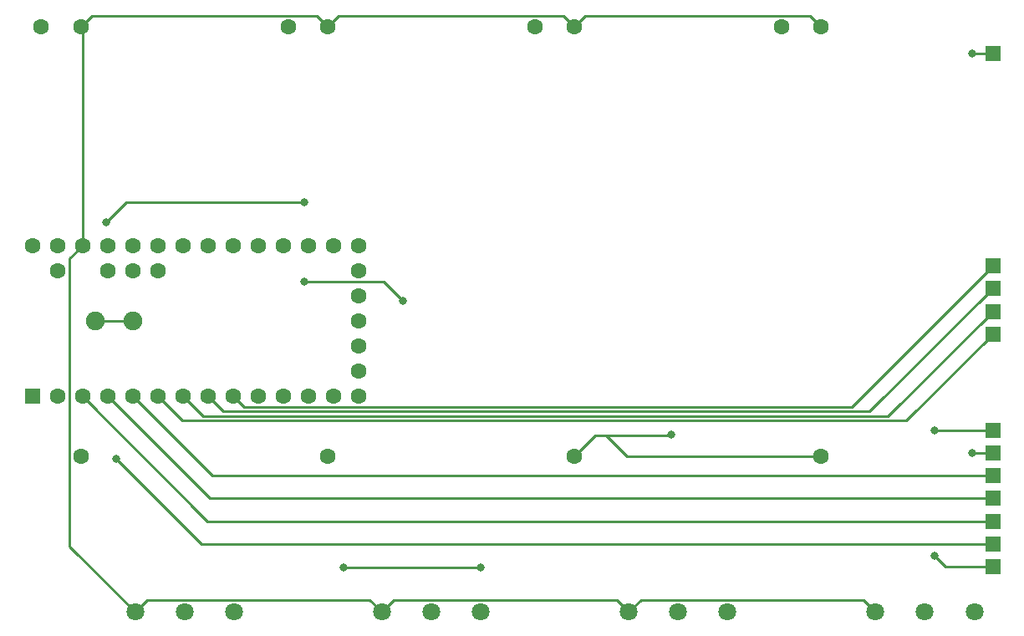
<source format=gbr>
%TF.GenerationSoftware,KiCad,Pcbnew,(6.0.4)*%
%TF.CreationDate,2022-06-07T12:50:28-04:00*%
%TF.ProjectId,midimania,6d696469-6d61-46e6-9961-2e6b69636164,rev?*%
%TF.SameCoordinates,Original*%
%TF.FileFunction,Copper,L1,Top*%
%TF.FilePolarity,Positive*%
%FSLAX46Y46*%
G04 Gerber Fmt 4.6, Leading zero omitted, Abs format (unit mm)*
G04 Created by KiCad (PCBNEW (6.0.4)) date 2022-06-07 12:50:28*
%MOMM*%
%LPD*%
G01*
G04 APERTURE LIST*
%TA.AperFunction,SMDPad,CuDef*%
%ADD10R,1.500000X1.500000*%
%TD*%
%TA.AperFunction,ComponentPad*%
%ADD11C,1.600000*%
%TD*%
%TA.AperFunction,ComponentPad*%
%ADD12C,1.800000*%
%TD*%
%TA.AperFunction,ComponentPad*%
%ADD13R,1.600000X1.600000*%
%TD*%
%TA.AperFunction,ComponentPad*%
%ADD14C,1.900000*%
%TD*%
%TA.AperFunction,ViaPad*%
%ADD15C,0.800000*%
%TD*%
%TA.AperFunction,Conductor*%
%ADD16C,0.250000*%
%TD*%
G04 APERTURE END LIST*
D10*
%TO.P,J9,1,Pin_1*%
%TO.N,/b6*%
X199761300Y-121000000D03*
%TD*%
D11*
%TO.P,RV6,1,1*%
%TO.N,/3v3*%
X132400000Y-73243000D03*
%TO.P,RV6,2,2*%
%TO.N,/l2*%
X128400000Y-73243000D03*
%TO.P,RV6,3,3*%
%TO.N,/agnd*%
X132400000Y-116743000D03*
%TD*%
D10*
%TO.P,J8,1,Pin_1*%
%TO.N,/b5*%
X199761285Y-118693000D03*
%TD*%
D12*
%TO.P,RV4,1,1*%
%TO.N,/3v3*%
X187900000Y-132493000D03*
%TO.P,RV4,2,2*%
%TO.N,/p4*%
X192900000Y-132493000D03*
%TO.P,RV4,3,3*%
%TO.N,/agnd*%
X197900000Y-132493000D03*
%TD*%
D11*
%TO.P,RV5,1,1*%
%TO.N,/3v3*%
X107400000Y-73243000D03*
%TO.P,RV5,2,2*%
%TO.N,/l1*%
X103400000Y-73243000D03*
%TO.P,RV5,3,3*%
%TO.N,/agnd*%
X107400000Y-116743000D03*
%TD*%
D10*
%TO.P,J11,1,Pin_1*%
%TO.N,/b8*%
X199761285Y-125593000D03*
%TD*%
%TO.P,J7,1,Pin_1*%
%TO.N,GND*%
X199761285Y-116393000D03*
%TD*%
D11*
%TO.P,RV8,1,1*%
%TO.N,/3v3*%
X182400000Y-73243000D03*
%TO.P,RV8,2,2*%
%TO.N,/l4*%
X178400000Y-73243000D03*
%TO.P,RV8,3,3*%
%TO.N,/agnd*%
X182400000Y-116743000D03*
%TD*%
D10*
%TO.P,J10,1,Pin_1*%
%TO.N,/b7*%
X199761285Y-123293000D03*
%TD*%
D12*
%TO.P,RV2,1,1*%
%TO.N,/3v3*%
X137900000Y-132493000D03*
%TO.P,RV2,2,2*%
%TO.N,/p2*%
X142900000Y-132493000D03*
%TO.P,RV2,3,3*%
%TO.N,/agnd*%
X147900000Y-132493000D03*
%TD*%
D10*
%TO.P,J3,1,Pin_1*%
%TO.N,/b2*%
X199761285Y-99743000D03*
%TD*%
%TO.P,J12,1,Pin_1*%
%TO.N,/5v*%
X199761285Y-127893000D03*
%TD*%
%TO.P,J2,1,Pin_1*%
%TO.N,/b1*%
X199761285Y-97443000D03*
%TD*%
%TO.P,J5,1,Pin_1*%
%TO.N,/b4*%
X199761285Y-104343000D03*
%TD*%
D13*
%TO.P,U1,1,GND*%
%TO.N,GND*%
X102490000Y-110620000D03*
D11*
%TO.P,U1,2,0_RX1_Touch*%
%TO.N,/b8*%
X105030000Y-110620000D03*
%TO.P,U1,3,1_TX1_Touch*%
%TO.N,/b7*%
X107570000Y-110620000D03*
%TO.P,U1,4,2*%
%TO.N,/b6*%
X110110000Y-110620000D03*
%TO.P,U1,5,3_TX_PWM*%
%TO.N,/b5*%
X112650000Y-110620000D03*
%TO.P,U1,6,4_RX_PWM*%
%TO.N,/b4*%
X115190000Y-110620000D03*
%TO.P,U1,7,5_TX1_PWM*%
%TO.N,/b3*%
X117730000Y-110620000D03*
%TO.P,U1,8,6_PWM*%
%TO.N,/b2*%
X120270000Y-110620000D03*
%TO.P,U1,9,7_RX3_DOUT*%
%TO.N,/b1*%
X122810000Y-110620000D03*
%TO.P,U1,10,8_TX3_DIN*%
%TO.N,unconnected-(U1-Pad10)*%
X125350000Y-110620000D03*
%TO.P,U1,11,9_RX2_CS_PWM*%
%TO.N,unconnected-(U1-Pad11)*%
X127890000Y-110620000D03*
%TO.P,U1,12,10_TX2_CS_PWM*%
%TO.N,unconnected-(U1-Pad12)*%
X130430000Y-110620000D03*
%TO.P,U1,13,11_DOUT*%
%TO.N,unconnected-(U1-Pad13)*%
X132970000Y-110620000D03*
%TO.P,U1,14,12_DIN*%
%TO.N,unconnected-(U1-Pad14)*%
X135510000Y-110620000D03*
%TO.P,U1,15,VBat*%
%TO.N,unconnected-(U1-Pad15)*%
X135510000Y-108080000D03*
%TO.P,U1,16,3.3V*%
%TO.N,unconnected-(U1-Pad16)*%
X135510000Y-105540000D03*
%TO.P,U1,17,GND*%
%TO.N,unconnected-(U1-Pad17)*%
X135510000Y-103000000D03*
%TO.P,U1,18,Program*%
%TO.N,unconnected-(U1-Pad18)*%
X135510000Y-100460000D03*
%TO.P,U1,19,A14/DAC*%
%TO.N,unconnected-(U1-Pad19)*%
X135510000Y-97920000D03*
%TO.P,U1,20,13_LED_SCK*%
%TO.N,unconnected-(U1-Pad20)*%
X135510000Y-95380000D03*
%TO.P,U1,21,14_A0_SCK*%
%TO.N,/p1*%
X132970000Y-95380000D03*
%TO.P,U1,22,15_A1_CS_Touch*%
%TO.N,/p2*%
X130430000Y-95380000D03*
%TO.P,U1,23,16_A2_SCL0_Touch*%
%TO.N,/p3*%
X127890000Y-95380000D03*
%TO.P,U1,24,17_A3_SDA0_Touch*%
%TO.N,/p4*%
X125350000Y-95380000D03*
%TO.P,U1,25,18_A4_SDA0_Touch*%
%TO.N,/l4*%
X122810000Y-95380000D03*
%TO.P,U1,26,19_A5_SCL0_Touch*%
%TO.N,/l3*%
X120270000Y-95380000D03*
%TO.P,U1,27,20_A6_CS_PWM*%
%TO.N,/l2*%
X117730000Y-95380000D03*
%TO.P,U1,28,21_A7_RX1_CS_PWM*%
%TO.N,/l1*%
X115190000Y-95380000D03*
%TO.P,U1,29,22_A8_Touch_PWM*%
%TO.N,unconnected-(U1-Pad29)*%
X112650000Y-95380000D03*
%TO.P,U1,30,23_A9_Touch_PWM*%
%TO.N,unconnected-(U1-Pad30)*%
X110110000Y-95380000D03*
%TO.P,U1,31,3.3V*%
%TO.N,/3v3*%
X107570000Y-95380000D03*
%TO.P,U1,32,AGND*%
%TO.N,/agnd*%
X105030000Y-95380000D03*
%TO.P,U1,33,Vin*%
%TO.N,/5v*%
X102490000Y-95380000D03*
%TO.P,U1,34,VUSB*%
%TO.N,unconnected-(U1-Pad34)*%
X105030000Y-97920000D03*
%TO.P,U1,35,AREF*%
%TO.N,unconnected-(U1-Pad35)*%
X110110000Y-97920000D03*
%TO.P,U1,36,A10*%
%TO.N,unconnected-(U1-Pad36)*%
X112650000Y-97920000D03*
%TO.P,U1,37,A11*%
%TO.N,unconnected-(U1-Pad37)*%
X115190000Y-97920000D03*
D14*
%TO.P,U1,38,Reset*%
%TO.N,unconnected-(U1-Pad38)*%
X112650000Y-103000000D03*
X108840000Y-103000000D03*
%TD*%
D10*
%TO.P,J4,1,Pin_1*%
%TO.N,/b3*%
X199761285Y-102043000D03*
%TD*%
%TO.P,J1,1,Pin_1*%
%TO.N,GND*%
X199761285Y-75893000D03*
%TD*%
D12*
%TO.P,RV3,1,1*%
%TO.N,/3v3*%
X162900000Y-132493000D03*
%TO.P,RV3,2,2*%
%TO.N,/p3*%
X167900000Y-132493000D03*
%TO.P,RV3,3,3*%
%TO.N,/agnd*%
X172900000Y-132493000D03*
%TD*%
D11*
%TO.P,RV7,1,1*%
%TO.N,/3v3*%
X157400000Y-73243000D03*
%TO.P,RV7,2,2*%
%TO.N,/l3*%
X153400000Y-73243000D03*
%TO.P,RV7,3,3*%
%TO.N,/agnd*%
X157400000Y-116743000D03*
%TD*%
D12*
%TO.P,RV1,1,1*%
%TO.N,/3v3*%
X112900000Y-132493000D03*
%TO.P,RV1,2,2*%
%TO.N,/p1*%
X117900000Y-132493000D03*
%TO.P,RV1,3,3*%
%TO.N,/agnd*%
X122900000Y-132493000D03*
%TD*%
D10*
%TO.P,J6,1,Pin_1*%
%TO.N,/5v*%
X199761285Y-114093000D03*
%TD*%
D15*
%TO.N,GND*%
X197700000Y-75900000D03*
X197700000Y-116400000D03*
%TO.N,/5v*%
X193900000Y-114100000D03*
X130000000Y-91000000D03*
X193900000Y-126800000D03*
X110000000Y-93000000D03*
%TO.N,/b8*%
X111000000Y-117000000D03*
%TO.N,/agnd*%
X167200000Y-114500000D03*
X134000000Y-128000000D03*
X147900000Y-128000000D03*
X130000000Y-99000000D03*
X140000000Y-101000000D03*
%TD*%
D16*
%TO.N,GND*%
X197700000Y-75900000D02*
X199754285Y-75900000D01*
X197700000Y-116400000D02*
X199754285Y-116400000D01*
X199754285Y-116400000D02*
X199761285Y-116393000D01*
X199754285Y-75900000D02*
X199761285Y-75893000D01*
%TO.N,/b1*%
X185459774Y-111744511D02*
X123934511Y-111744511D01*
X199761285Y-97443000D02*
X185459774Y-111744511D01*
X123934511Y-111744511D02*
X122810000Y-110620000D01*
%TO.N,/b2*%
X199761285Y-99743000D02*
X187310254Y-112194031D01*
X121844031Y-112194031D02*
X120270000Y-110620000D01*
X187310254Y-112194031D02*
X121844031Y-112194031D01*
%TO.N,/b3*%
X119753551Y-112643551D02*
X117730000Y-110620000D01*
X199761285Y-102043000D02*
X189160734Y-112643551D01*
X189160734Y-112643551D02*
X119753551Y-112643551D01*
%TO.N,/b4*%
X117663071Y-113093071D02*
X115190000Y-110620000D01*
X199761285Y-104343000D02*
X191011214Y-113093071D01*
X191011214Y-113093071D02*
X117663071Y-113093071D01*
%TO.N,/5v*%
X193907000Y-114093000D02*
X199761285Y-114093000D01*
X199761285Y-127893000D02*
X194993000Y-127893000D01*
X130000000Y-91000000D02*
X112000000Y-91000000D01*
X194993000Y-127893000D02*
X193900000Y-126800000D01*
X112000000Y-91000000D02*
X110000000Y-93000000D01*
X193900000Y-114100000D02*
X193907000Y-114093000D01*
%TO.N,/b5*%
X199761285Y-118693000D02*
X120723000Y-118693000D01*
X120723000Y-118693000D02*
X112650000Y-110620000D01*
%TO.N,/b6*%
X120490000Y-121000000D02*
X110110000Y-110620000D01*
X199761300Y-121000000D02*
X120490000Y-121000000D01*
%TO.N,/b7*%
X120243000Y-123293000D02*
X107570000Y-110620000D01*
X199761285Y-123293000D02*
X120243000Y-123293000D01*
%TO.N,/b8*%
X119593000Y-125593000D02*
X111000000Y-117000000D01*
X199761285Y-125593000D02*
X119593000Y-125593000D01*
%TO.N,/3v3*%
X136675489Y-131268489D02*
X137900000Y-132493000D01*
X106275489Y-125868489D02*
X112900000Y-132493000D01*
X133524511Y-72118489D02*
X156275489Y-72118489D01*
X139124511Y-131268489D02*
X161675489Y-131268489D01*
X186675489Y-131268489D02*
X187900000Y-132493000D01*
X132400000Y-73243000D02*
X133524511Y-72118489D01*
X107570000Y-95380000D02*
X106275489Y-96674511D01*
X108524511Y-72118489D02*
X131275489Y-72118489D01*
X157400000Y-73243000D02*
X158524511Y-72118489D01*
X107570000Y-95380000D02*
X107570000Y-73413000D01*
X114124511Y-131268489D02*
X136675489Y-131268489D01*
X156275489Y-72118489D02*
X157400000Y-73243000D01*
X181275489Y-72118489D02*
X182400000Y-73243000D01*
X162900000Y-132493000D02*
X164124511Y-131268489D01*
X161675489Y-131268489D02*
X162900000Y-132493000D01*
X164124511Y-131268489D02*
X186675489Y-131268489D01*
X107400000Y-73243000D02*
X108524511Y-72118489D01*
X107570000Y-73413000D02*
X107400000Y-73243000D01*
X112900000Y-132493000D02*
X114124511Y-131268489D01*
X131275489Y-72118489D02*
X132400000Y-73243000D01*
X106275489Y-96674511D02*
X106275489Y-125868489D01*
X158524511Y-72118489D02*
X181275489Y-72118489D01*
X137900000Y-132493000D02*
X139124511Y-131268489D01*
%TO.N,/agnd*%
X162743000Y-116743000D02*
X182400000Y-116743000D01*
X130000000Y-99000000D02*
X130044511Y-99044511D01*
X167100000Y-114600000D02*
X167200000Y-114500000D01*
X157400000Y-116743000D02*
X159543000Y-114600000D01*
X138044511Y-99044511D02*
X140000000Y-101000000D01*
X159543000Y-114600000D02*
X160000000Y-114600000D01*
X160600000Y-114600000D02*
X162743000Y-116743000D01*
X147900000Y-128000000D02*
X134000000Y-128000000D01*
X130044511Y-99044511D02*
X138044511Y-99044511D01*
X160000000Y-114600000D02*
X167100000Y-114600000D01*
X160000000Y-114600000D02*
X160600000Y-114600000D01*
%TO.N,unconnected-(U1-Pad38)*%
X108840000Y-103000000D02*
X112650000Y-103000000D01*
%TD*%
M02*

</source>
